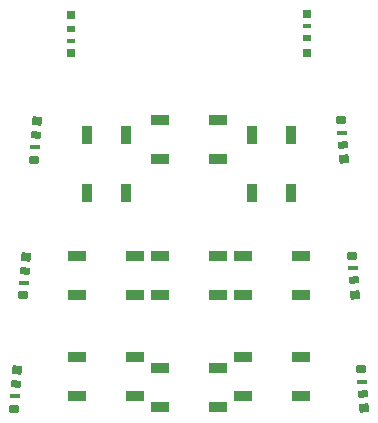
<source format=gbr>
%FSTAX23Y23*%
%MOMM*%
%SFA1B1*%

%IPPOS*%
%AMD15*
4,1,4,-0.421640,0.289560,-0.373380,-0.353060,0.421640,-0.289560,0.373380,0.353060,-0.421640,0.289560,0.0*
%
%AMD16*
4,1,4,-0.411480,0.139700,-0.383540,-0.203200,0.411480,-0.139700,0.383540,0.203200,-0.411480,0.139700,0.0*
%
%AMD17*
4,1,4,-0.421640,0.266700,-0.373380,-0.330200,0.421640,-0.266700,0.373380,0.330200,-0.421640,0.266700,0.0*
%
%AMD18*
4,1,4,-0.426720,0.340360,-0.368300,-0.403860,0.426720,-0.340360,0.368300,0.403860,-0.426720,0.340360,0.0*
%
%AMD19*
4,1,4,0.373380,-0.353060,0.421640,0.289560,-0.373380,0.353060,-0.421640,-0.289560,0.373380,-0.353060,0.0*
%
%AMD20*
4,1,4,0.383540,-0.203200,0.411480,0.139700,-0.383540,0.203200,-0.411480,-0.139700,0.383540,-0.203200,0.0*
%
%AMD21*
4,1,4,0.373380,-0.330200,0.421640,0.266700,-0.373380,0.330200,-0.421640,-0.266700,0.373380,-0.330200,0.0*
%
%AMD22*
4,1,4,0.368300,-0.403860,0.426720,0.340360,-0.368300,0.403860,-0.426720,-0.340360,0.368300,-0.403860,0.0*
%
%ADD10R,1.499997X0.899998*%
%ADD11R,0.799998X0.649999*%
%ADD12R,0.799998X0.349999*%
%ADD13R,0.799998X0.599999*%
%ADD14R,0.799998X0.749999*%
G04~CAMADD=15~9~0.0~0.0~255.9~315.0~0.0~0.0~0~0.0~0.0~0.0~0.0~0~0.0~0.0~0.0~0.0~0~0.0~0.0~0.0~94.5~332.0~277.0*
%ADD15D15*%
G04~CAMADD=16~9~0.0~0.0~137.8~315.0~0.0~0.0~0~0.0~0.0~0.0~0.0~0~0.0~0.0~0.0~0.0~0~0.0~0.0~0.0~94.5~324.0~159.0*
%ADD16D16*%
G04~CAMADD=17~9~0.0~0.0~236.2~315.0~0.0~0.0~0~0.0~0.0~0.0~0.0~0~0.0~0.0~0.0~0.0~0~0.0~0.0~0.0~94.5~332.0~259.0*
%ADD17D17*%
G04~CAMADD=18~9~0.0~0.0~295.3~315.0~0.0~0.0~0~0.0~0.0~0.0~0.0~0~0.0~0.0~0.0~0.0~0~0.0~0.0~0.0~94.5~336.0~317.0*
%ADD18D18*%
G04~CAMADD=19~9~0.0~0.0~255.9~315.0~0.0~0.0~0~0.0~0.0~0.0~0.0~0~0.0~0.0~0.0~0.0~0~0.0~0.0~0.0~265.5~332.0~277.0*
%ADD19D19*%
G04~CAMADD=20~9~0.0~0.0~137.8~315.0~0.0~0.0~0~0.0~0.0~0.0~0.0~0~0.0~0.0~0.0~0.0~0~0.0~0.0~0.0~265.5~324.0~159.0*
%ADD20D20*%
G04~CAMADD=21~9~0.0~0.0~236.2~315.0~0.0~0.0~0~0.0~0.0~0.0~0.0~0~0.0~0.0~0.0~0.0~0~0.0~0.0~0.0~265.5~332.0~259.0*
%ADD21D21*%
G04~CAMADD=22~9~0.0~0.0~295.3~315.0~0.0~0.0~0~0.0~0.0~0.0~0.0~0~0.0~0.0~0.0~0.0~0~0.0~0.0~0.0~265.5~336.0~317.0*
%ADD22D22*%
%ADD23R,0.899998X1.499997*%
%LNledpcbv2_paste_top-1*%
%LPD*%
G54D10*
X-04549Y-07399D03*
Y-04099D03*
X-09449D03*
Y-07399D03*
X-04549Y-15899D03*
Y-12599D03*
X-09449D03*
Y-15899D03*
X09449D03*
Y-12599D03*
X04549D03*
Y-15899D03*
X02449Y-16899D03*
Y-13599D03*
X-02449D03*
Y-16899D03*
X02449Y-07399D03*
Y-04099D03*
X-02449D03*
Y-07399D03*
X09449D03*
Y-04099D03*
X04549D03*
Y-07399D03*
X02449Y04099D03*
Y07399D03*
X-02449D03*
Y04099D03*
G54D11*
X09999Y16424D03*
X-09999Y13074D03*
G54D12*
X09999Y15374D03*
X-09999Y14124D03*
G54D13*
X09999Y14349D03*
X-09999Y15149D03*
G54D14*
X09999Y13149D03*
X-09999Y16349D03*
G54D15*
X12848Y07413D03*
X14548Y-13668D03*
X13774Y-0408D03*
G54D16*
X1293Y06366D03*
X1463Y-14715D03*
X13857Y-05126D03*
G54D17*
X1301Y05344D03*
X14711Y-15737D03*
X13937Y-06148D03*
G54D18*
X13105Y04148D03*
X14805Y-16933D03*
X14031Y-07345D03*
G54D19*
X-1311Y04073D03*
X-14811Y-17008D03*
X-14037Y-07419D03*
G54D20*
X-13028Y0512D03*
X-14728Y-15961D03*
X-13955Y-06373D03*
G54D21*
X-12948Y06142D03*
X-14648Y-14939D03*
X-13875Y-05351D03*
G54D22*
X-12853Y07338D03*
X-14554Y-13743D03*
X-1378Y-04154D03*
G54D23*
X-08649Y01299D03*
X-05349D03*
Y06199D03*
X-08649D03*
X05349Y01299D03*
X08649D03*
Y06199D03*
X05349D03*
M02*
</source>
